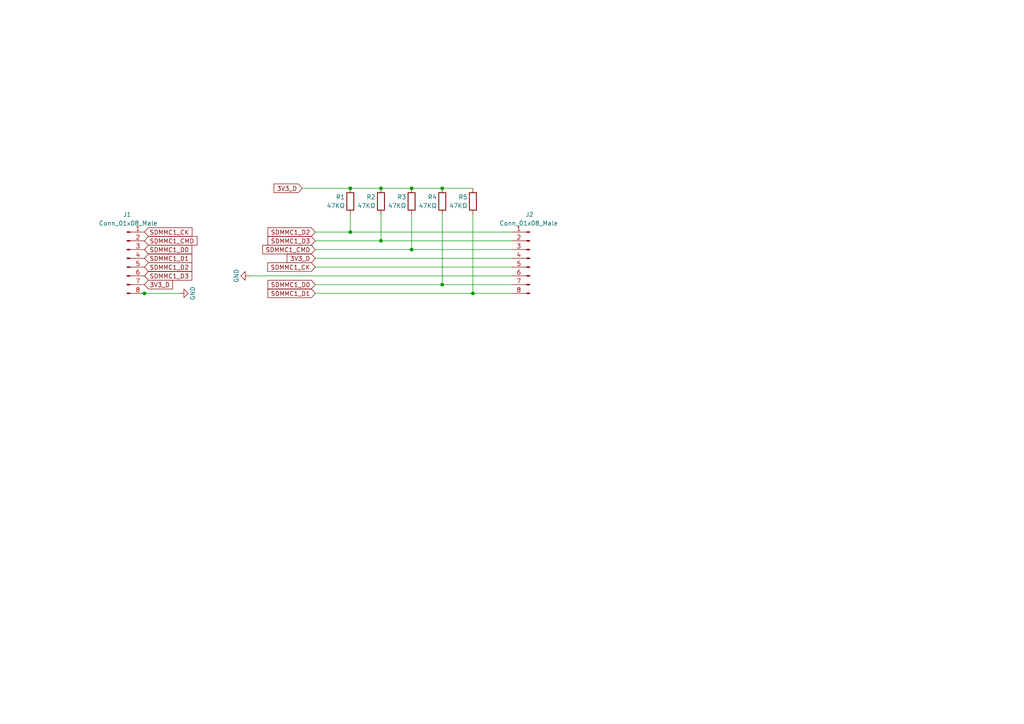
<source format=kicad_sch>
(kicad_sch (version 20231120) (generator "eeschema") (generator_version "8.0")
  (paper "A4")
  (title_block (title "Daisy Seed Development Kit SD Card") (date "2024-03-11") (rev "1.0.1"))
  (lib_symbols
    (symbol "Connector:Conn_01x08_Male" (pin_names (offset 1.016) hide)
      (property "Reference" "J" (at 0 10.16 0))
      (property "Value" "Conn_01x08_Male" (at 0 -12.7 0))
      (symbol "Conn_01x08_Male_1_1"
        (polyline (pts (xy 1.27 -10.16) (xy 0.8636 -10.16)) (stroke (width 0.1524)))
        (polyline (pts (xy 1.27 -7.62) (xy 0.8636 -7.62)) (stroke (width 0.1524)))
        (polyline (pts (xy 1.27 -5.08) (xy 0.8636 -5.08)) (stroke (width 0.1524)))
        (polyline (pts (xy 1.27 -2.54) (xy 0.8636 -2.54)) (stroke (width 0.1524)))
        (polyline (pts (xy 1.27 0) (xy 0.8636 0)) (stroke (width 0.1524)))
        (polyline (pts (xy 1.27 2.54) (xy 0.8636 2.54)) (stroke (width 0.1524)))
        (polyline (pts (xy 1.27 5.08) (xy 0.8636 5.08)) (stroke (width 0.1524)))
        (polyline (pts (xy 1.27 7.62) (xy 0.8636 7.62)) (stroke (width 0.1524)))
        (rectangle (start 0.8636 -10.033) (end 0 -10.287) (stroke (width 0.1524)) (fill (type outline)))
        (rectangle (start 0.8636 -7.493) (end 0 -7.747) (stroke (width 0.1524)) (fill (type outline)))
        (rectangle (start 0.8636 -4.953) (end 0 -5.207) (stroke (width 0.1524)) (fill (type outline)))
        (rectangle (start 0.8636 -2.413) (end 0 -2.667) (stroke (width 0.1524)) (fill (type outline)))
        (rectangle (start 0.8636 0.127) (end 0 -0.127) (stroke (width 0.1524)) (fill (type outline)))
        (rectangle (start 0.8636 2.667) (end 0 2.413) (stroke (width 0.1524)) (fill (type outline)))
        (rectangle (start 0.8636 5.207) (end 0 4.953) (stroke (width 0.1524)) (fill (type outline)))
        (rectangle (start 0.8636 7.747) (end 0 7.493) (stroke (width 0.1524)) (fill (type outline)))
        (pin passive line (at 5.08 7.62 180) (length 3.81) (name "Pin_1") (number "1"))
        (pin passive line (at 5.08 5.08 180) (length 3.81) (name "Pin_2") (number "2"))
        (pin passive line (at 5.08 2.54 180) (length 3.81) (name "Pin_3") (number "3"))
        (pin passive line (at 5.08 0 180) (length 3.81) (name "Pin_4") (number "4"))
        (pin passive line (at 5.08 -2.54 180) (length 3.81) (name "Pin_5") (number "5"))
        (pin passive line (at 5.08 -5.08 180) (length 3.81) (name "Pin_6") (number "6"))
        (pin passive line (at 5.08 -7.62 180) (length 3.81) (name "Pin_7") (number "7"))
        (pin passive line (at 5.08 -10.16 180) (length 3.81) (name "Pin_8") (number "8"))
      )
    )
    (symbol "Device:R" (pin_numbers hide) (pin_names (offset 0))
      (property "Reference" "R" (at 2.032 0 90))
      (property "Value" "R" (at 0 0 90))
      (symbol "R_0_1"
        (rectangle (start -1.016 -2.54) (end 1.016 2.54) (stroke (width 0.254)))
      )
      (symbol "R_1_1"
        (pin passive line (at 0 3.81 270) (length 1.27) (name "~") (number "1"))
        (pin passive line (at 0 -3.81 90) (length 1.27) (name "~") (number "2"))
      )
    )
    (symbol "power:GND" (power) (pin_names (offset 0))
      (property "Value" "GND" (at 0 -3.81 0))
      (symbol "GND_0_1"
        (polyline (pts (xy 0 0) (xy 0 -1.27) (xy 1.27 -1.27) (xy 0 -2.54) (xy -1.27 -1.27) (xy 0 -1.27)))
      )
      (symbol "GND_1_1"
        (pin power_in line (at 0 0 270) (length 0) hide (name "GND") (number "1"))
      )
    )
  )
  (junction (at 119.38 54.61))
  (junction (at 101.6 54.61))
  (junction (at 41.91 85.09))
  (junction (at 119.38 72.39))
  (junction (at 101.6 67.31))
  (junction (at 110.49 69.85))
  (junction (at 110.49 54.61))
  (junction (at 128.27 54.61))
  (junction (at 137.16 85.09))
  (junction (at 128.27 82.55))
  (wire (pts (xy 110.49 62.23) (xy 110.49 69.85)))
  (wire (pts (xy 101.6 62.23) (xy 101.6 67.31)))
  (wire (pts (xy 128.27 62.23) (xy 128.27 82.55)))
  (wire (pts (xy 119.38 54.61) (xy 128.27 54.61)))
  (wire (pts (xy 91.44 77.47) (xy 148.59 77.47)))
  (wire (pts (xy 137.16 85.09) (xy 148.59 85.09)))
  (wire (pts (xy 91.44 69.85) (xy 110.49 69.85)))
  (wire (pts (xy 119.38 62.23) (xy 119.38 72.39)))
  (wire (pts (xy 91.44 85.09) (xy 137.16 85.09)))
  (wire (pts (xy 110.49 54.61) (xy 119.38 54.61)))
  (wire (pts (xy 40.64 85.09) (xy 41.91 85.09)))
  (wire (pts (xy 72.39 80.01) (xy 148.59 80.01)))
  (wire (pts (xy 41.91 85.09) (xy 52.07 85.09)))
  (wire (pts (xy 91.44 67.31) (xy 101.6 67.31)))
  (wire (pts (xy 137.16 62.23) (xy 137.16 85.09)))
  (wire (pts (xy 91.44 72.39) (xy 119.38 72.39)))
  (wire (pts (xy 128.27 82.55) (xy 148.59 82.55)))
  (wire (pts (xy 119.38 72.39) (xy 148.59 72.39)))
  (wire (pts (xy 91.44 74.93) (xy 148.59 74.93)))
  (wire (pts (xy 110.49 69.85) (xy 148.59 69.85)))
  (wire (pts (xy 101.6 67.31) (xy 148.59 67.31)))
  (wire (pts (xy 128.27 54.61) (xy 137.16 54.61)))
  (wire (pts (xy 87.63 54.61) (xy 101.6 54.61)))
  (wire (pts (xy 101.6 54.61) (xy 110.49 54.61)))
  (wire (pts (xy 91.44 82.55) (xy 128.27 82.55)))
  (global_label "SDMMC1_D0" (shape input) (at 91.44 82.55 180) (property "Intersheetrefs" "${INTERSHEET_REFS}" (effects (hide yes))))
  (global_label "SDMMC1_D1" (shape input) (at 91.44 85.09 180) (property "Intersheetrefs" "${INTERSHEET_REFS}" (effects (hide yes))))
  (global_label "SDMMC1_D3" (shape input) (at 41.91 80.01 0) (property "Intersheetrefs" "${INTERSHEET_REFS}" (effects (hide yes))))
  (global_label "SDMMC1_D2" (shape input) (at 41.91 77.47 0) (property "Intersheetrefs" "${INTERSHEET_REFS}" (effects (hide yes))))
  (global_label "SDMMC1_CMD" (shape input) (at 91.44 72.39 180) (property "Intersheetrefs" "${INTERSHEET_REFS}" (effects (hide yes))))
  (global_label "SDMMC1_D2" (shape input) (at 91.44 67.31 180) (property "Intersheetrefs" "${INTERSHEET_REFS}" (effects (hide yes))))
  (global_label "SDMMC1_D1" (shape input) (at 41.91 74.93 0) (property "Intersheetrefs" "${INTERSHEET_REFS}" (effects (hide yes))))
  (global_label "3V3_D" (shape input) (at 41.91 82.55 0) (property "Intersheetrefs" "${INTERSHEET_REFS}" (effects (hide yes))))
  (global_label "SDMMC1_D0" (shape input) (at 41.91 72.39 0) (property "Intersheetrefs" "${INTERSHEET_REFS}" (effects (hide yes))))
  (global_label "SDMMC1_CK" (shape input) (at 41.91 67.31 0) (property "Intersheetrefs" "${INTERSHEET_REFS}" (effects (hide yes))))
  (global_label "SDMMC1_D3" (shape input) (at 91.44 69.85 180) (property "Intersheetrefs" "${INTERSHEET_REFS}" (effects (hide yes))))
  (global_label "3V3_D" (shape input) (at 91.44 74.93 180) (property "Intersheetrefs" "${INTERSHEET_REFS}" (effects (hide yes))))
  (global_label "3V3_D" (shape input) (at 87.63 54.61 180) (property "Intersheetrefs" "${INTERSHEET_REFS}" (effects (hide yes))))
  (global_label "SDMMC1_CMD" (shape input) (at 41.91 69.85 0) (property "Intersheetrefs" "${INTERSHEET_REFS}" (effects (hide yes))))
  (global_label "SDMMC1_CK" (shape input) (at 91.44 77.47 180) (property "Intersheetrefs" "${INTERSHEET_REFS}" (effects (hide yes))))
  (symbol (lib_id "Connector:Conn_01x08_Male") (at 153.67 74.93 0) (mirror y) (unit 1)
    (property "Reference" "J2" (at 152.4 62.23 0) (effects (justify right)))
    (property "Value" "Conn_01x08_Male" (at 144.78 64.77 0) (effects (justify right)))
    (property "Footprint" "Connector_PinHeader_2.00mm:PinHeader_1x08_P2.00mm_Vertical" (effects (hide yes)))
  )
  (symbol (lib_id "Device:R") (at 101.6 58.42 180) (unit 1)
    (property "Reference" "R1" (at 100.076 57.15 0) (effects (justify left)))
    (property "Value" "47KΩ" (at 100.076 59.69 0) (effects (justify left)))
    (property "Footprint" "Resistor_THT:R_Axial_DIN0207_L6.3mm_D2.5mm_P10.16mm_Horizontal" (effects (hide yes)))
  )
  (symbol (lib_id "Device:R") (at 137.16 58.42 180) (unit 1)
    (property "Reference" "R5" (at 135.636 57.15 0) (effects (justify left)))
    (property "Value" "47KΩ" (at 135.636 59.69 0) (effects (justify left)))
    (property "Footprint" "Resistor_THT:R_Axial_DIN0207_L6.3mm_D2.5mm_P10.16mm_Horizontal" (effects (hide yes)))
  )
  (symbol (lib_id "Device:R") (at 110.49 58.42 180) (unit 1)
    (property "Reference" "R2" (at 108.966 57.15 0) (effects (justify left)))
    (property "Value" "47KΩ" (at 108.966 59.69 0) (effects (justify left)))
    (property "Footprint" "Resistor_THT:R_Axial_DIN0207_L6.3mm_D2.5mm_P10.16mm_Horizontal" (effects (hide yes)))
  )
  (symbol (lib_id "power:GND") (at 72.39 80.01 270) (mirror x) (unit 1)
    (property "Reference" "#PWR01" (effects (hide yes)))
    (property "Value" "GND" (at 68.58 80.01 0))
  )
  (symbol (lib_id "Device:R") (at 119.38 58.42 180) (unit 1)
    (property "Reference" "R3" (at 117.856 57.15 0) (effects (justify left)))
    (property "Value" "47KΩ" (at 117.856 59.69 0) (effects (justify left)))
    (property "Footprint" "Resistor_THT:R_Axial_DIN0207_L6.3mm_D2.5mm_P10.16mm_Horizontal" (effects (hide yes)))
  )
  (symbol (lib_id "power:GND") (at 52.07 85.09 90) (mirror x) (unit 1)
    (property "Reference" "#PWR01" (effects (hide yes)))
    (property "Value" "GND" (at 55.88 85.09 0))
  )
  (symbol (lib_id "Device:R") (at 128.27 58.42 180) (unit 1)
    (property "Reference" "R4" (at 126.746 57.15 0) (effects (justify left)))
    (property "Value" "47KΩ" (at 126.746 59.69 0) (effects (justify left)))
    (property "Footprint" "Resistor_THT:R_Axial_DIN0207_L6.3mm_D2.5mm_P10.16mm_Horizontal" (effects (hide yes)))
  )
  (symbol (lib_id "Connector:Conn_01x08_Male") (at 36.83 74.93 0) (unit 1)
    (property "Reference" "J1" (at 38.1 62.23 0) (effects (justify right)))
    (property "Value" "Conn_01x08_Male" (at 45.72 64.77 0) (effects (justify right)))
    (property "Footprint" "Connector_PinSocket_2.54mm:PinSocket_1x08_P2.54mm_Vertical" (effects (hide yes)))
  )
)
</source>
